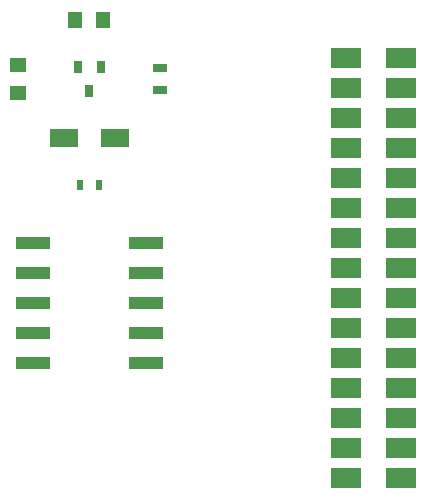
<source format=gbr>
%TF.GenerationSoftware,KiCad,Pcbnew,9.0.4-1.fc42*%
%TF.CreationDate,2025-09-12T10:21:52-07:00*%
%TF.ProjectId,adapter_relay,61646170-7465-4725-9f72-656c61792e6b,1.0*%
%TF.SameCoordinates,Original*%
%TF.FileFunction,Paste,Bot*%
%TF.FilePolarity,Positive*%
%FSLAX46Y46*%
G04 Gerber Fmt 4.6, Leading zero omitted, Abs format (unit mm)*
G04 Created by KiCad (PCBNEW 9.0.4-1.fc42) date 2025-09-12 10:21:52*
%MOMM*%
%LPD*%
G01*
G04 APERTURE LIST*
%ADD10R,2.350000X1.550000*%
%ADD11R,0.540000X0.940000*%
%ADD12R,1.400000X1.150000*%
%ADD13R,2.600000X1.700000*%
%ADD14R,0.650000X1.100000*%
%ADD15R,1.150000X1.400000*%
%ADD16R,2.940000X1.000000*%
%ADD17R,1.300000X0.700000*%
G04 APERTURE END LIST*
D10*
%TO.C,D1*%
X122150000Y-114000000D03*
X117850000Y-114000000D03*
%TD*%
D11*
%TO.C,C2*%
X119200000Y-118000000D03*
X120800000Y-118000000D03*
%TD*%
D12*
%TO.C,R1*%
X114000000Y-110175000D03*
X114000000Y-107825000D03*
%TD*%
D13*
%TO.C,J2*%
X146350000Y-107220000D03*
X146350000Y-109760000D03*
X146350000Y-112300000D03*
X146350000Y-114840000D03*
X146350000Y-117380000D03*
X146350000Y-119920000D03*
X146350000Y-122460000D03*
X146350000Y-125000000D03*
X146350000Y-127540000D03*
X146350000Y-130080000D03*
X146350000Y-132620000D03*
X146350000Y-135160000D03*
X146350000Y-137700000D03*
X146350000Y-140240000D03*
X146350000Y-142780000D03*
X141750000Y-107220000D03*
X141750000Y-109760000D03*
X141750000Y-112300000D03*
X141750000Y-114840000D03*
X141750000Y-117380000D03*
X141750000Y-119920000D03*
X141750000Y-122460000D03*
X141750000Y-125000000D03*
X141750000Y-127540000D03*
X141750000Y-130080000D03*
X141750000Y-132620000D03*
X141750000Y-135160000D03*
X141750000Y-137700000D03*
X141750000Y-140240000D03*
X141750000Y-142780000D03*
%TD*%
D14*
%TO.C,Q1*%
X119040000Y-107950000D03*
X120960000Y-107950000D03*
X120000000Y-110050000D03*
%TD*%
D15*
%TO.C,R2*%
X118825000Y-104000000D03*
X121175000Y-104000000D03*
%TD*%
D16*
%TO.C,K1*%
X124780000Y-122920000D03*
X124780000Y-125460000D03*
X124780000Y-128000000D03*
X124780000Y-130540000D03*
X124780000Y-133080000D03*
X115220000Y-133080000D03*
X115220000Y-130540000D03*
X115220000Y-128000000D03*
X115220000Y-125460000D03*
X115220000Y-122920000D03*
%TD*%
D17*
%TO.C,C1*%
X126000000Y-109950000D03*
X126000000Y-108050000D03*
%TD*%
M02*

</source>
